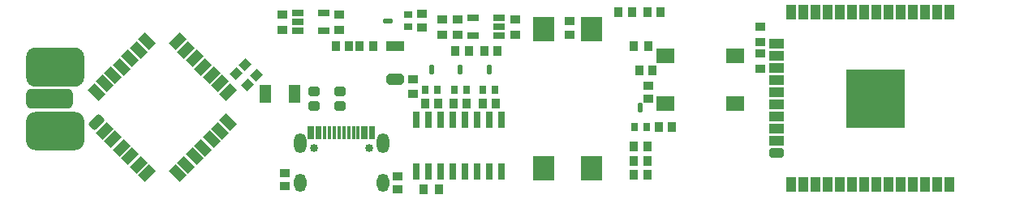
<source format=gts>
G04 Layer_Color=8388736*
%FSLAX24Y24*%
%MOIN*%
G70*
G01*
G75*
%ADD63R,0.0725X0.0591*%
%ADD64R,0.0906X0.0984*%
%ADD65R,0.0728X0.0433*%
G04:AMPARAMS|DCode=66|XSize=72.8mil|YSize=43.3mil|CornerRadius=0mil|HoleSize=0mil|Usage=FLASHONLY|Rotation=180.000|XOffset=0mil|YOffset=0mil|HoleType=Round|Shape=Octagon|*
%AMOCTAGOND66*
4,1,8,-0.0364,0.0108,-0.0364,-0.0108,-0.0256,-0.0217,0.0256,-0.0217,0.0364,-0.0108,0.0364,0.0108,0.0256,0.0217,-0.0256,0.0217,-0.0364,0.0108,0.0*
%
%ADD66OCTAGOND66*%

%ADD67R,0.0374X0.0256*%
G04:AMPARAMS|DCode=68|XSize=37.4mil|YSize=19.7mil|CornerRadius=0mil|HoleSize=0mil|Usage=FLASHONLY|Rotation=180.000|XOffset=0mil|YOffset=0mil|HoleType=Round|Shape=Octagon|*
%AMOCTAGOND68*
4,1,8,-0.0187,0.0049,-0.0187,-0.0049,-0.0138,-0.0098,0.0138,-0.0098,0.0187,-0.0049,0.0187,0.0049,0.0138,0.0098,-0.0138,0.0098,-0.0187,0.0049,0.0*
%
%ADD68OCTAGOND68*%

G04:AMPARAMS|DCode=69|XSize=47.2mil|YSize=39.4mil|CornerRadius=10.8mil|HoleSize=0mil|Usage=FLASHONLY|Rotation=180.000|XOffset=0mil|YOffset=0mil|HoleType=Round|Shape=RoundedRectangle|*
%AMROUNDEDRECTD69*
21,1,0.0472,0.0177,0,0,180.0*
21,1,0.0256,0.0394,0,0,180.0*
1,1,0.0217,-0.0128,0.0089*
1,1,0.0217,0.0128,0.0089*
1,1,0.0217,0.0128,-0.0089*
1,1,0.0217,-0.0128,-0.0089*
%
%ADD69ROUNDEDRECTD69*%
%ADD70R,0.0472X0.0256*%
G04:AMPARAMS|DCode=71|XSize=63mil|YSize=39.4mil|CornerRadius=0mil|HoleSize=0mil|Usage=FLASHONLY|Rotation=135.000|XOffset=0mil|YOffset=0mil|HoleType=Round|Shape=Rectangle|*
%AMROTATEDRECTD71*
4,1,4,0.0362,-0.0084,0.0084,-0.0362,-0.0362,0.0084,-0.0084,0.0362,0.0362,-0.0084,0.0*
%
%ADD71ROTATEDRECTD71*%

G04:AMPARAMS|DCode=72|XSize=63mil|YSize=39.4mil|CornerRadius=0mil|HoleSize=0mil|Usage=FLASHONLY|Rotation=45.000|XOffset=0mil|YOffset=0mil|HoleType=Round|Shape=Rectangle|*
%AMROTATEDRECTD72*
4,1,4,-0.0084,-0.0362,-0.0362,-0.0084,0.0084,0.0362,0.0362,0.0084,-0.0084,-0.0362,0.0*
%
%ADD72ROTATEDRECTD72*%

G04:AMPARAMS|DCode=73|XSize=63mil|YSize=39.4mil|CornerRadius=10.8mil|HoleSize=0mil|Usage=FLASHONLY|Rotation=45.000|XOffset=0mil|YOffset=0mil|HoleType=Round|Shape=RoundedRectangle|*
%AMROUNDEDRECTD73*
21,1,0.0630,0.0177,0,0,45.0*
21,1,0.0413,0.0394,0,0,45.0*
1,1,0.0217,0.0209,0.0084*
1,1,0.0217,-0.0084,-0.0209*
1,1,0.0217,-0.0209,-0.0084*
1,1,0.0217,0.0084,0.0209*
%
%ADD73ROUNDEDRECTD73*%
%ADD74R,0.0492X0.0748*%
G04:AMPARAMS|DCode=75|XSize=82.7mil|YSize=192.9mil|CornerRadius=21.7mil|HoleSize=0mil|Usage=FLASHONLY|Rotation=90.000|XOffset=0mil|YOffset=0mil|HoleType=Round|Shape=RoundedRectangle|*
%AMROUNDEDRECTD75*
21,1,0.0827,0.1496,0,0,90.0*
21,1,0.0394,0.1929,0,0,90.0*
1,1,0.0433,0.0748,0.0197*
1,1,0.0433,0.0748,-0.0197*
1,1,0.0433,-0.0748,-0.0197*
1,1,0.0433,-0.0748,0.0197*
%
%ADD75ROUNDEDRECTD75*%
G04:AMPARAMS|DCode=76|XSize=157.5mil|YSize=240.2mil|CornerRadius=40.4mil|HoleSize=0mil|Usage=FLASHONLY|Rotation=90.000|XOffset=0mil|YOffset=0mil|HoleType=Round|Shape=RoundedRectangle|*
%AMROUNDEDRECTD76*
21,1,0.1575,0.1594,0,0,90.0*
21,1,0.0768,0.2402,0,0,90.0*
1,1,0.0807,0.0797,0.0384*
1,1,0.0807,0.0797,-0.0384*
1,1,0.0807,-0.0797,-0.0384*
1,1,0.0807,-0.0797,0.0384*
%
%ADD76ROUNDEDRECTD76*%
G04:AMPARAMS|DCode=77|XSize=161.4mil|YSize=240.2mil|CornerRadius=41.3mil|HoleSize=0mil|Usage=FLASHONLY|Rotation=90.000|XOffset=0mil|YOffset=0mil|HoleType=Round|Shape=RoundedRectangle|*
%AMROUNDEDRECTD77*
21,1,0.1614,0.1575,0,0,90.0*
21,1,0.0787,0.2402,0,0,90.0*
1,1,0.0827,0.0787,0.0394*
1,1,0.0827,0.0787,-0.0394*
1,1,0.0827,-0.0787,-0.0394*
1,1,0.0827,-0.0787,0.0394*
%
%ADD77ROUNDEDRECTD77*%
%ADD78R,0.0394X0.0630*%
%ADD79R,0.0630X0.0394*%
G04:AMPARAMS|DCode=80|XSize=39.4mil|YSize=63mil|CornerRadius=0mil|HoleSize=0mil|Usage=FLASHONLY|Rotation=90.000|XOffset=0mil|YOffset=0mil|HoleType=Round|Shape=Octagon|*
%AMOCTAGOND80*
4,1,8,-0.0315,-0.0098,-0.0315,0.0098,-0.0217,0.0197,0.0217,0.0197,0.0315,0.0098,0.0315,-0.0098,0.0217,-0.0197,-0.0217,-0.0197,-0.0315,-0.0098,0.0*
%
%ADD80OCTAGOND80*%

%ADD81R,0.2402X0.2402*%
%ADD82R,0.0354X0.0413*%
%ADD83R,0.0429X0.0323*%
%ADD84R,0.0276X0.0650*%
%ADD85R,0.0157X0.0551*%
%ADD86R,0.0413X0.0354*%
%ADD87R,0.0323X0.0429*%
G04:AMPARAMS|DCode=88|XSize=41.3mil|YSize=35.4mil|CornerRadius=0mil|HoleSize=0mil|Usage=FLASHONLY|Rotation=225.000|XOffset=0mil|YOffset=0mil|HoleType=Round|Shape=Rectangle|*
%AMROTATEDRECTD88*
4,1,4,0.0021,0.0271,0.0271,0.0021,-0.0021,-0.0271,-0.0271,-0.0021,0.0021,0.0271,0.0*
%
%ADD88ROTATEDRECTD88*%

%ADD89R,0.0256X0.0374*%
G04:AMPARAMS|DCode=90|XSize=37.4mil|YSize=19.7mil|CornerRadius=0mil|HoleSize=0mil|Usage=FLASHONLY|Rotation=90.000|XOffset=0mil|YOffset=0mil|HoleType=Round|Shape=Octagon|*
%AMOCTAGOND90*
4,1,8,0.0049,0.0187,-0.0049,0.0187,-0.0098,0.0138,-0.0098,-0.0138,-0.0049,-0.0187,0.0049,-0.0187,0.0098,-0.0138,0.0098,0.0138,0.0049,0.0187,0.0*
%
%ADD90OCTAGOND90*%

%ADD91O,0.0512X0.0748*%
%ADD92O,0.0512X0.0827*%
%ADD93C,0.0335*%
%ADD94C,0.0039*%
D63*
X29339Y3868D02*
D03*
X26450D02*
D03*
X29339Y5837D02*
D03*
X26450D02*
D03*
D64*
X21457Y1191D02*
D03*
Y6939D02*
D03*
X23425Y1191D02*
D03*
Y6939D02*
D03*
D65*
X15354Y6230D02*
D03*
D66*
Y4852D02*
D03*
D67*
X15886Y7014D02*
D03*
Y7526D02*
D03*
D68*
X15059Y7270D02*
D03*
D69*
X13100Y3770D02*
D03*
X12037D02*
D03*
X12037Y4360D02*
D03*
X13100D02*
D03*
D70*
X19626Y6644D02*
D03*
X19626Y7018D02*
D03*
X19626Y7392D02*
D03*
X18563D02*
D03*
Y6644D02*
D03*
X11358Y7592D02*
D03*
X11358Y7218D02*
D03*
X11358Y6844D02*
D03*
X12421D02*
D03*
Y7592D02*
D03*
D71*
X8506Y3074D02*
D03*
X8158Y2727D02*
D03*
X7810Y2378D02*
D03*
X7462Y2030D02*
D03*
X7114Y1683D02*
D03*
X6766Y1334D02*
D03*
X6418Y987D02*
D03*
X3077Y4327D02*
D03*
X3425Y4675D02*
D03*
X3773Y5023D02*
D03*
X4121Y5371D02*
D03*
X4469Y5719D02*
D03*
X4817Y6067D02*
D03*
X5165Y6415D02*
D03*
D72*
Y987D02*
D03*
X4817Y1334D02*
D03*
X4469Y1683D02*
D03*
X4121Y2030D02*
D03*
X3773Y2378D02*
D03*
X3425Y2726D02*
D03*
X6418Y6415D02*
D03*
X6766Y6067D02*
D03*
X7114Y5719D02*
D03*
X7462Y5371D02*
D03*
X7810Y5023D02*
D03*
X8158Y4675D02*
D03*
X8506Y4327D02*
D03*
D73*
X3077Y3074D02*
D03*
D74*
X11220Y4262D02*
D03*
X10039D02*
D03*
D75*
X1154Y4065D02*
D03*
D76*
X1390Y2726D02*
D03*
D77*
Y5364D02*
D03*
D78*
X38122Y7608D02*
D03*
X37622D02*
D03*
X37122D02*
D03*
X36622Y7608D02*
D03*
X36122D02*
D03*
X35622D02*
D03*
X35122Y7608D02*
D03*
X34622D02*
D03*
X34122D02*
D03*
X33622Y7608D02*
D03*
X33122D02*
D03*
X32622Y7608D02*
D03*
X32122D02*
D03*
X31622D02*
D03*
Y522D02*
D03*
X32122D02*
D03*
X32622D02*
D03*
X33122Y522D02*
D03*
X33622Y522D02*
D03*
X34122D02*
D03*
X34622D02*
D03*
X35122D02*
D03*
X35622Y522D02*
D03*
X36122Y522D02*
D03*
X36622Y522D02*
D03*
X37122Y522D02*
D03*
X37622D02*
D03*
X38122D02*
D03*
D79*
X31035Y6315D02*
D03*
X31035Y5815D02*
D03*
X31035Y5315D02*
D03*
X31035Y4815D02*
D03*
X31035Y4315D02*
D03*
X31035Y3815D02*
D03*
X31035Y3315D02*
D03*
X31035Y2815D02*
D03*
X31035Y2315D02*
D03*
D80*
X31035Y1815D02*
D03*
D81*
X35091Y4065D02*
D03*
D82*
X16535Y325D02*
D03*
X17165D02*
D03*
X25772Y6236D02*
D03*
X25142D02*
D03*
D83*
X10827Y990D02*
D03*
Y447D02*
D03*
X25772Y4602D02*
D03*
Y4059D02*
D03*
X22520Y7240D02*
D03*
Y6697D02*
D03*
X16457Y7542D02*
D03*
X16457Y6998D02*
D03*
X15458Y872D02*
D03*
Y329D02*
D03*
D84*
X16226Y3199D02*
D03*
X16726D02*
D03*
X19726Y1073D02*
D03*
X19726Y3199D02*
D03*
X19226D02*
D03*
X18726D02*
D03*
X18226D02*
D03*
X17726D02*
D03*
X17226D02*
D03*
X19226Y1073D02*
D03*
X18726D02*
D03*
X18226D02*
D03*
X17726D02*
D03*
X17226D02*
D03*
X16726D02*
D03*
X16226D02*
D03*
D85*
X14469Y2653D02*
D03*
X14350Y2653D02*
D03*
X14154Y2653D02*
D03*
X14032Y2653D02*
D03*
X12268Y2653D02*
D03*
X12142Y2653D02*
D03*
X11949Y2653D02*
D03*
X11811D02*
D03*
X13839Y2653D02*
D03*
X13642D02*
D03*
X13445D02*
D03*
X13248Y2653D02*
D03*
X13051Y2653D02*
D03*
X12854Y2653D02*
D03*
X12658Y2653D02*
D03*
X12461D02*
D03*
D86*
X30354Y5293D02*
D03*
X30354Y5923D02*
D03*
Y7018D02*
D03*
Y6388D02*
D03*
X16099Y4242D02*
D03*
Y4872D02*
D03*
X17283Y7333D02*
D03*
Y6703D02*
D03*
X17913D02*
D03*
Y7333D02*
D03*
X13071Y7533D02*
D03*
Y6903D02*
D03*
X10709Y7533D02*
D03*
Y6903D02*
D03*
X20276Y6703D02*
D03*
Y7333D02*
D03*
D87*
X25709Y1506D02*
D03*
X25165D02*
D03*
X25709Y915D02*
D03*
X25165D02*
D03*
X25709Y2097D02*
D03*
X25165D02*
D03*
X18382Y6034D02*
D03*
X17839D02*
D03*
X25383Y5207D02*
D03*
X25926D02*
D03*
X26185Y2874D02*
D03*
X26728D02*
D03*
X25075Y7608D02*
D03*
X24532D02*
D03*
X26256D02*
D03*
X25713D02*
D03*
X19020Y6034D02*
D03*
X19563D02*
D03*
X18941Y3868D02*
D03*
X19484D02*
D03*
X17760D02*
D03*
X18303D02*
D03*
X16579D02*
D03*
X17122D02*
D03*
X14445Y6230D02*
D03*
X13902D02*
D03*
X13461D02*
D03*
X12917D02*
D03*
D88*
X9200Y5469D02*
D03*
X9646Y5023D02*
D03*
X9278Y4630D02*
D03*
X8832Y5075D02*
D03*
D89*
X25181Y2874D02*
D03*
X25693D02*
D03*
X18957Y4439D02*
D03*
X19468D02*
D03*
X16594D02*
D03*
X17106D02*
D03*
X17776D02*
D03*
X18287D02*
D03*
D90*
X25437Y3701D02*
D03*
X19213Y5266D02*
D03*
X16850D02*
D03*
X18032D02*
D03*
D91*
X11449Y587D02*
D03*
X14850D02*
D03*
D92*
X11449Y2232D02*
D03*
X14850D02*
D03*
D93*
X14287Y2024D02*
D03*
X12012D02*
D03*
D94*
X40180Y6905D02*
D03*
Y1000D02*
D03*
M02*

</source>
